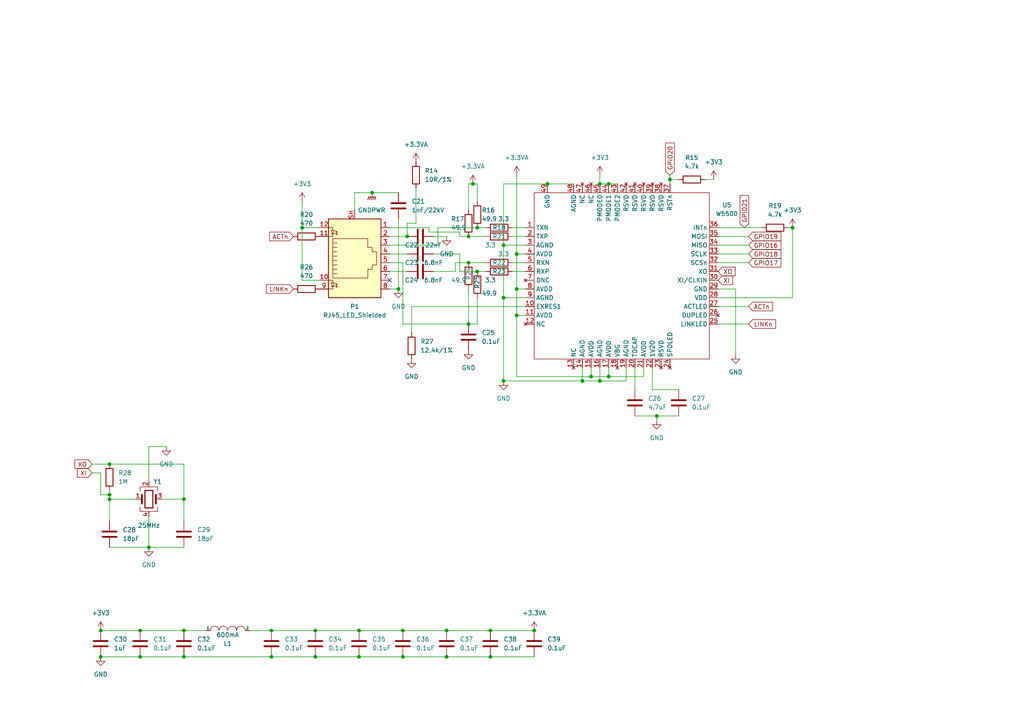
<source format=kicad_sch>
(kicad_sch (version 20211123) (generator eeschema)
  (paper "A4")
  (lib_symbols
    (symbol "01-rickbassham:W5500"
      (property "Reference" "U" (at -39.37 29.21 0))
      (property "Value" "W5500" (at -36.83 31.75 0))
      (symbol "W5500_0_1"
        (rectangle (start -25.4 24.13) (end 25.4 -24.13))
      )
      (symbol "W5500_1_1"
        (pin output line (at -27.94 13.97 0) (length 2.54) (name "TXN") (number "1"))
        (pin output line (at -27.94 -8.89 0) (length 2.54) (name "EXRES1") (number "10"))
        (pin output line (at -27.94 -11.43 0) (length 2.54) (name "AVDD") (number "11"))
        (pin no_connect line (at -27.94 -13.97 0) (length 2.54) (name "NC") (number "12"))
        (pin no_connect line (at -13.97 -26.67 90) (length 2.54) (name "NC") (number "13"))
        (pin output line (at -11.43 -26.67 90) (length 2.54) (name "AGND") (number "14"))
        (pin output line (at -8.89 -26.67 90) (length 2.54) (name "AVDD") (number "15"))
        (pin output line (at -6.35 -26.67 90) (length 2.54) (name "AGND") (number "16"))
        (pin output line (at -3.81 -26.67 90) (length 2.54) (name "AVDD") (number "17"))
        (pin no_connect line (at -1.27 -26.67 90) (length 2.54) (name "VBG") (number "18"))
        (pin output line (at 1.27 -26.67 90) (length 2.54) (name "AGND") (number "19"))
        (pin output line (at -27.94 11.43 0) (length 2.54) (name "TXP") (number "2"))
        (pin output line (at 3.81 -26.67 90) (length 2.54) (name "TOCAP") (number "20"))
        (pin output line (at 6.35 -26.67 90) (length 2.54) (name "AVDD") (number "21"))
        (pin output line (at 8.89 -26.67 90) (length 2.54) (name "1V2O") (number "22"))
        (pin no_connect line (at 11.43 -26.67 90) (length 2.54) (name "RSVD") (number "23"))
        (pin no_connect line (at 13.97 -26.67 90) (length 2.54) (name "SPDLED") (number "24"))
        (pin output line (at 27.94 -13.97 180) (length 2.54) (name "LINKLED") (number "25"))
        (pin no_connect line (at 27.94 -11.43 180) (length 2.54) (name "DUPLED") (number "26"))
        (pin output line (at 27.94 -8.89 180) (length 2.54) (name "ACTLED") (number "27"))
        (pin output line (at 27.94 -6.35 180) (length 2.54) (name "VDD") (number "28"))
        (pin output line (at 27.94 -3.81 180) (length 2.54) (name "GND") (number "29"))
        (pin output line (at -27.94 8.89 0) (length 2.54) (name "AGND") (number "3"))
        (pin output line (at 27.94 -1.27 180) (length 2.54) (name "XI/CLKIN") (number "30"))
        (pin output line (at 27.94 1.27 180) (length 2.54) (name "XO") (number "31"))
        (pin output line (at 27.94 3.81 180) (length 2.54) (name "SCSn") (number "32"))
        (pin output line (at 27.94 6.35 180) (length 2.54) (name "SCLK") (number "33"))
        (pin output line (at 27.94 8.89 180) (length 2.54) (name "MISO") (number "34"))
        (pin output line (at 27.94 11.43 180) (length 2.54) (name "MOSI") (number "35"))
        (pin output line (at 27.94 13.97 180) (length 2.54) (name "INTn") (number "36"))
        (pin output line (at 13.97 26.67 270) (length 2.54) (name "RSTn") (number "37"))
        (pin no_connect line (at 11.43 26.67 270) (length 2.54) (name "RSVD") (number "38"))
        (pin no_connect line (at 8.89 26.67 270) (length 2.54) (name "RSVD") (number "39"))
        (pin output line (at -27.94 6.35 0) (length 2.54) (name "AVDD") (number "4"))
        (pin no_connect line (at 6.35 26.67 270) (length 2.54) (name "RSVD") (number "40"))
        (pin no_connect line (at 3.81 26.67 270) (length 2.54) (name "RSVD") (number "41"))
        (pin no_connect line (at 1.27 26.67 270) (length 2.54) (name "RSVD") (number "42"))
        (pin output line (at -1.27 26.67 270) (length 2.54) (name "PMODE2") (number "43"))
        (pin output line (at -3.81 26.67 270) (length 2.54) (name "PMODE1") (number "44"))
        (pin output line (at -6.35 26.67 270) (length 2.54) (name "PMODE0") (number "45"))
        (pin no_connect line (at -8.89 26.67 270) (length 2.54) (name "NC") (number "46"))
        (pin no_connect line (at -11.43 26.67 270) (length 2.54) (name "NC") (number "47"))
        (pin output line (at -13.97 26.67 270) (length 2.54) (name "AGND") (number "48"))
        (pin output line (at -21.59 26.67 270) (length 2.54) (name "GND") (number "49"))
        (pin output line (at -27.94 3.81 0) (length 2.54) (name "RXN") (number "5"))
        (pin output line (at -27.94 1.27 0) (length 2.54) (name "RXP") (number "6"))
        (pin no_connect line (at -27.94 -1.27 0) (length 2.54) (name "DNC") (number "7"))
        (pin output line (at -27.94 -3.81 0) (length 2.54) (name "AVDD") (number "8"))
        (pin output line (at -27.94 -6.35 0) (length 2.54) (name "AGND") (number "9"))
      )
    )
    (symbol "Connector:RJ45_LED_Shielded" (pin_names (offset 1.016))
      (property "Reference" "J" (at -5.08 13.97 0))
      (property "Value" "RJ45_LED_Shielded" (at 1.27 13.97 0))
      (symbol "RJ45_LED_Shielded_0_1"
        (polyline (pts (xy -7.62 -7.62) (xy -6.35 -7.62)))
        (polyline (pts (xy -7.62 -5.08) (xy -6.35 -5.08)))
        (polyline (pts (xy -7.62 7.62) (xy -6.35 7.62)))
        (polyline (pts (xy -7.62 10.16) (xy -6.35 10.16)))
        (polyline (pts (xy -6.858 -5.842) (xy -5.842 -5.842)))
        (polyline (pts (xy -6.858 9.398) (xy -5.842 9.398)))
        (polyline (pts (xy -6.35 -7.62) (xy -6.35 -6.858)))
        (polyline (pts (xy -6.35 -5.08) (xy -6.35 -5.842)))
        (polyline (pts (xy -6.35 7.62) (xy -6.35 8.382)))
        (polyline (pts (xy -6.35 10.16) (xy -6.35 9.398)))
        (polyline (pts (xy -5.08 -6.223) (xy -5.207 -6.604)))
        (polyline (pts (xy -5.08 -5.588) (xy -5.207 -5.969)))
        (polyline (pts (xy -5.08 4.445) (xy -6.35 4.445)))
        (polyline (pts (xy -5.08 5.715) (xy -6.35 5.715)))
        (polyline (pts (xy -5.08 9.017) (xy -5.207 8.636)))
        (polyline (pts (xy -5.08 9.652) (xy -5.207 9.271)))
        (polyline (pts (xy -6.35 -3.175) (xy -5.08 -3.175) (xy -5.08 -3.175)))
        (polyline (pts (xy -6.35 -1.905) (xy -5.08 -1.905) (xy -5.08 -1.905)))
        (polyline (pts (xy -6.35 -0.635) (xy -5.08 -0.635) (xy -5.08 -0.635)))
        (polyline (pts (xy -6.35 0.635) (xy -5.08 0.635) (xy -5.08 0.635)))
        (polyline (pts (xy -6.35 1.905) (xy -5.08 1.905) (xy -5.08 1.905)))
        (polyline (pts (xy -5.588 -6.731) (xy -5.08 -6.223) (xy -5.461 -6.35)))
        (polyline (pts (xy -5.588 -6.096) (xy -5.08 -5.588) (xy -5.461 -5.715)))
        (polyline (pts (xy -5.588 8.509) (xy -5.08 9.017) (xy -5.461 8.89)))
        (polyline (pts (xy -5.588 9.144) (xy -5.08 9.652) (xy -5.461 9.525)))
        (polyline (pts (xy -5.08 3.175) (xy -6.35 3.175) (xy -6.35 3.175)))
        (polyline (pts (xy -6.35 -5.842) (xy -6.858 -6.858) (xy -5.842 -6.858) (xy -6.35 -5.842)))
        (polyline (pts (xy -6.35 9.398) (xy -6.858 8.382) (xy -5.842 8.382) (xy -6.35 9.398)))
        (polyline (pts (xy -6.35 -4.445) (xy -6.35 6.985) (xy 3.81 6.985) (xy 3.81 4.445) (xy 5.08 4.445) (xy 5.08 3.175) (xy 6.35 3.175) (xy 6.35 -0.635) (xy 5.08 -0.635) (xy 5.08 -1.905) (xy 3.81 -1.905) (xy 3.81 -4.445) (xy -6.35 -4.445) (xy -6.35 -4.445)))
        (rectangle (start 7.62 12.7) (end -7.62 -10.16) (stroke (width 0.254)) (fill (type background)))
      )
      (symbol "RJ45_LED_Shielded_1_1"
        (pin passive line (at 10.16 -7.62 180) (length 2.54) (name "~") (number "1"))
        (pin passive line (at -10.16 7.62 0) (length 2.54) (name "~") (number "10"))
        (pin passive line (at -10.16 -5.08 0) (length 2.54) (name "~") (number "11"))
        (pin passive line (at -10.16 -7.62 0) (length 2.54) (name "~") (number "12"))
        (pin passive line (at 10.16 -5.08 180) (length 2.54) (name "~") (number "2"))
        (pin passive line (at 10.16 -2.54 180) (length 2.54) (name "~") (number "3"))
        (pin passive line (at 10.16 0 180) (length 2.54) (name "~") (number "4"))
        (pin passive line (at 10.16 2.54 180) (length 2.54) (name "~") (number "5"))
        (pin passive line (at 10.16 5.08 180) (length 2.54) (name "~") (number "6"))
        (pin passive line (at 10.16 7.62 180) (length 2.54) (name "~") (number "7"))
        (pin passive line (at 10.16 10.16 180) (length 2.54) (name "~") (number "8"))
        (pin passive line (at -10.16 10.16 0) (length 2.54) (name "~") (number "9"))
        (pin passive line (at 0 -12.7 90) (length 2.54) (name "~") (number "SH"))
      )
    )
    (symbol "Device:C" (pin_numbers hide) (pin_names (offset 0.254))
      (property "Reference" "C" (at 0.635 2.54 0))
      (property "Value" "C" (at 0.635 -2.54 0))
      (symbol "C_0_1"
        (polyline (pts (xy -2.032 -0.762) (xy 2.032 -0.762)) (stroke (width 0.508)))
        (polyline (pts (xy -2.032 0.762) (xy 2.032 0.762)) (stroke (width 0.508)))
      )
      (symbol "C_1_1"
        (pin passive line (at 0 3.81 270) (length 2.794) (name "~") (number "1"))
        (pin passive line (at 0 -3.81 90) (length 2.794) (name "~") (number "2"))
      )
    )
    (symbol "Device:Crystal_GND24" (pin_names (offset 1.016) hide)
      (property "Reference" "Y" (at 3.175 5.08 0))
      (property "Value" "Crystal_GND24" (at 3.175 3.175 0))
      (symbol "Crystal_GND24_0_1"
        (rectangle (start -1.143 2.54) (end 1.143 -2.54) (stroke (width 0.3048)))
        (polyline (pts (xy -2.54 0) (xy -2.032 0)))
        (polyline (pts (xy -2.032 -1.27) (xy -2.032 1.27)) (stroke (width 0.508)))
        (polyline (pts (xy 0 -3.81) (xy 0 -3.556)))
        (polyline (pts (xy 0 3.556) (xy 0 3.81)))
        (polyline (pts (xy 2.032 -1.27) (xy 2.032 1.27)) (stroke (width 0.508)))
        (polyline (pts (xy 2.032 0) (xy 2.54 0)))
        (polyline (pts (xy -2.54 -2.286) (xy -2.54 -3.556) (xy 2.54 -3.556) (xy 2.54 -2.286)))
        (polyline (pts (xy -2.54 2.286) (xy -2.54 3.556) (xy 2.54 3.556) (xy 2.54 2.286)))
      )
      (symbol "Crystal_GND24_1_1"
        (pin passive line (at -3.81 0 0) (length 1.27) (name "1") (number "1"))
        (pin passive line (at 0 5.08 270) (length 1.27) (name "2") (number "2"))
        (pin passive line (at 3.81 0 180) (length 1.27) (name "3") (number "3"))
        (pin passive line (at 0 -5.08 90) (length 1.27) (name "4") (number "4"))
      )
    )
    (symbol "Device:R" (pin_numbers hide) (pin_names (offset 0))
      (property "Reference" "R" (at 2.032 0 90))
      (property "Value" "R" (at 0 0 90))
      (symbol "R_0_1"
        (rectangle (start -1.016 -2.54) (end 1.016 2.54) (stroke (width 0.254)))
      )
      (symbol "R_1_1"
        (pin passive line (at 0 3.81 270) (length 1.27) (name "~") (number "1"))
        (pin passive line (at 0 -3.81 90) (length 1.27) (name "~") (number "2"))
      )
    )
    (symbol "power:+3.3V" (power) (pin_names (offset 0))
      (property "Value" "+3.3V" (at 0 3.556 0))
      (symbol "+3.3V_0_1"
        (polyline (pts (xy -0.762 1.27) (xy 0 2.54)))
        (polyline (pts (xy 0 0) (xy 0 2.54)))
        (polyline (pts (xy 0 2.54) (xy 0.762 1.27)))
      )
      (symbol "+3.3V_1_1"
        (pin power_in line (at 0 0 90) (length 0) hide (name "+3V3") (number "1"))
      )
    )
    (symbol "power:+3.3VA" (power) (pin_names (offset 0))
      (property "Value" "+3.3VA" (at 0 3.556 0))
      (symbol "+3.3VA_0_1"
        (polyline (pts (xy -0.762 1.27) (xy 0 2.54)))
        (polyline (pts (xy 0 0) (xy 0 2.54)))
        (polyline (pts (xy 0 2.54) (xy 0.762 1.27)))
      )
      (symbol "+3.3VA_1_1"
        (pin power_in line (at 0 0 90) (length 0) hide (name "+3.3VA") (number "1"))
      )
    )
    (symbol "power:GND" (power) (pin_names (offset 0))
      (property "Value" "GND" (at 0 -3.81 0))
      (symbol "GND_0_1"
        (polyline (pts (xy 0 0) (xy 0 -1.27) (xy 1.27 -1.27) (xy 0 -2.54) (xy -1.27 -1.27) (xy 0 -1.27)))
      )
      (symbol "GND_1_1"
        (pin power_in line (at 0 0 270) (length 0) hide (name "GND") (number "1"))
      )
    )
    (symbol "power:GNDPWR" (power) (pin_names (offset 0))
      (property "Value" "GNDPWR" (at 0 -3.302 0))
      (symbol "GNDPWR_0_1"
        (polyline (pts (xy 0 -1.27) (xy 0 0)))
        (polyline (pts (xy -1.016 -1.27) (xy -1.27 -2.032) (xy -1.27 -2.032)) (stroke (width 0.2032)))
        (polyline (pts (xy -0.508 -1.27) (xy -0.762 -2.032) (xy -0.762 -2.032)) (stroke (width 0.2032)))
        (polyline (pts (xy 0 -1.27) (xy -0.254 -2.032) (xy -0.254 -2.032)) (stroke (width 0.2032)))
        (polyline (pts (xy 0.508 -1.27) (xy 0.254 -2.032) (xy 0.254 -2.032)) (stroke (width 0.2032)))
        (polyline (pts (xy 1.016 -1.27) (xy -1.016 -1.27) (xy -1.016 -1.27)) (stroke (width 0.2032)))
        (polyline (pts (xy 1.016 -1.27) (xy 0.762 -2.032) (xy 0.762 -2.032) (xy 0.762 -2.032)) (stroke (width 0.2032)))
      )
      (symbol "GNDPWR_1_1"
        (pin power_in line (at 0 0 270) (length 0) hide (name "GNDPWR") (number "1"))
      )
    )
    (symbol "pspice:INDUCTOR" (pin_numbers hide) (pin_names (offset 0))
      (property "Reference" "L" (at 0 2.54 0))
      (property "Value" "INDUCTOR" (at 0 -1.27 0))
      (symbol "INDUCTOR_0_1"
        (arc (start -2.54 0) (mid -3.81 1.27) (end -5.08 0))
        (arc (start 0 0) (mid -1.27 1.27) (end -2.54 0))
        (arc (start 2.54 0) (mid 1.27 1.27) (end 0 0))
        (arc (start 5.08 0) (mid 3.81 1.27) (end 2.54 0))
      )
      (symbol "INDUCTOR_1_1"
        (pin input line (at -6.35 0 0) (length 1.27) (name "1") (number "1"))
        (pin input line (at 6.35 0 180) (length 1.27) (name "2") (number "2"))
      )
    )
  )
  (junction (at 40.64 190.5))
  (junction (at 129.54 190.5))
  (junction (at 138.43 78.74))
  (junction (at 173.99 110.49))
  (junction (at 142.24 190.5))
  (junction (at 115.57 83.82))
  (junction (at 118.11 68.58))
  (junction (at 229.87 66.04))
  (junction (at 53.34 190.5))
  (junction (at 190.5 120.65))
  (junction (at 149.86 91.44))
  (junction (at 53.34 182.88))
  (junction (at 91.44 190.5))
  (junction (at 176.53 53.34))
  (junction (at 138.43 66.04))
  (junction (at 142.24 182.88))
  (junction (at 149.86 83.82))
  (junction (at 31.75 144.78))
  (junction (at 146.05 110.49))
  (junction (at 154.94 182.88))
  (junction (at 158.75 53.34))
  (junction (at 87.63 66.04))
  (junction (at 135.89 68.58))
  (junction (at 104.14 182.88))
  (junction (at 53.34 144.78))
  (junction (at 107.95 55.88))
  (junction (at 31.75 143.51))
  (junction (at 135.89 93.98))
  (junction (at 171.45 109.22))
  (junction (at 91.44 182.88))
  (junction (at 135.89 76.2))
  (junction (at 104.14 190.5))
  (junction (at 194.31 52.07))
  (junction (at 40.64 182.88))
  (junction (at 149.86 73.66))
  (junction (at 78.74 190.5))
  (junction (at 29.21 190.5))
  (junction (at 176.53 109.22))
  (junction (at 168.91 110.49))
  (junction (at 129.54 182.88))
  (junction (at 146.05 71.12))
  (junction (at 78.74 182.88))
  (junction (at 43.18 158.75))
  (junction (at 116.84 182.88))
  (junction (at 137.16 53.34))
  (junction (at 146.05 86.36))
  (junction (at 29.21 182.88))
  (junction (at 116.84 190.5))
  (junction (at 173.99 53.34))
  (junction (at 31.75 134.62))
  (no_connect (at 113.03 81.28))
  (wire (pts (xy 31.75 144.78) (xy 31.75 151.13)))
  (wire (pts (xy 146.05 110.49) (xy 168.91 110.49)))
  (wire (pts (xy 186.69 109.22) (xy 176.53 109.22)))
  (wire (pts (xy 229.87 86.36) (xy 229.87 66.04)))
  (wire (pts (xy 208.28 71.12) (xy 217.17 71.12)))
  (wire (pts (xy 138.43 53.34) (xy 137.16 53.34)))
  (wire (pts (xy 148.59 78.74) (xy 152.4 78.74)))
  (wire (pts (xy 87.63 66.04) (xy 92.71 66.04)))
  (wire (pts (xy 176.53 106.68) (xy 176.53 109.22)))
  (wire (pts (xy 119.38 96.52) (xy 119.38 88.9)))
  (wire (pts (xy 135.89 60.96) (xy 135.89 53.34)))
  (wire (pts (xy 173.99 53.34) (xy 176.53 53.34)))
  (wire (pts (xy 148.59 76.2) (xy 152.4 76.2)))
  (wire (pts (xy 29.21 182.88) (xy 40.64 182.88)))
  (wire (pts (xy 107.95 55.88) (xy 115.57 55.88)))
  (wire (pts (xy 113.03 71.12) (xy 127 71.12)))
  (wire (pts (xy 116.84 76.2) (xy 116.84 93.98)))
  (wire (pts (xy 31.75 158.75) (xy 43.18 158.75)))
  (wire (pts (xy 125.73 78.74) (xy 132.08 78.74)))
  (wire (pts (xy 196.85 52.07) (xy 194.31 52.07)))
  (wire (pts (xy 138.43 86.36) (xy 138.43 93.98)))
  (wire (pts (xy 213.36 83.82) (xy 213.36 102.87)))
  (wire (pts (xy 190.5 120.65) (xy 196.85 120.65)))
  (wire (pts (xy 118.11 64.77) (xy 118.11 68.58)))
  (wire (pts (xy 207.01 52.07) (xy 204.47 52.07)))
  (wire (pts (xy 29.21 143.51) (xy 31.75 143.51)))
  (wire (pts (xy 135.89 76.2) (xy 140.97 76.2)))
  (wire (pts (xy 124.46 67.31) (xy 133.35 67.31)))
  (wire (pts (xy 146.05 71.12) (xy 146.05 86.36)))
  (wire (pts (xy 208.28 93.98) (xy 217.17 93.98)))
  (wire (pts (xy 176.53 53.34) (xy 179.07 53.34)))
  (wire (pts (xy 29.21 190.5) (xy 40.64 190.5)))
  (wire (pts (xy 116.84 182.88) (xy 129.54 182.88)))
  (wire (pts (xy 53.34 134.62) (xy 31.75 134.62)))
  (wire (pts (xy 40.64 182.88) (xy 53.34 182.88)))
  (wire (pts (xy 127 71.12) (xy 127 66.04)))
  (wire (pts (xy 91.44 190.5) (xy 104.14 190.5)))
  (wire (pts (xy 46.99 144.78) (xy 53.34 144.78)))
  (wire (pts (xy 132.08 76.2) (xy 135.89 76.2)))
  (wire (pts (xy 116.84 190.5) (xy 129.54 190.5)))
  (wire (pts (xy 40.64 190.5) (xy 53.34 190.5)))
  (wire (pts (xy 181.61 106.68) (xy 181.61 110.49)))
  (wire (pts (xy 53.34 182.88) (xy 59.69 182.88)))
  (wire (pts (xy 91.44 182.88) (xy 104.14 182.88)))
  (wire (pts (xy 129.54 190.5) (xy 142.24 190.5)))
  (wire (pts (xy 186.69 106.68) (xy 186.69 109.22)))
  (wire (pts (xy 171.45 106.68) (xy 171.45 109.22)))
  (wire (pts (xy 184.15 120.65) (xy 190.5 120.65)))
  (wire (pts (xy 158.75 53.34) (xy 166.37 53.34)))
  (wire (pts (xy 113.03 76.2) (xy 116.84 76.2)))
  (wire (pts (xy 129.54 182.88) (xy 142.24 182.88)))
  (wire (pts (xy 158.75 53.34) (xy 146.05 53.34)))
  (wire (pts (xy 92.71 81.28) (xy 87.63 81.28)))
  (wire (pts (xy 146.05 86.36) (xy 146.05 110.49)))
  (wire (pts (xy 189.23 113.03) (xy 196.85 113.03)))
  (wire (pts (xy 135.89 53.34) (xy 137.16 53.34)))
  (wire (pts (xy 135.89 83.82) (xy 135.89 93.98)))
  (wire (pts (xy 194.31 50.8) (xy 194.31 52.07)))
  (wire (pts (xy 119.38 88.9) (xy 152.4 88.9)))
  (wire (pts (xy 208.28 83.82) (xy 213.36 83.82)))
  (wire (pts (xy 142.24 182.88) (xy 154.94 182.88)))
  (wire (pts (xy 125.73 68.58) (xy 129.54 68.58)))
  (wire (pts (xy 78.74 182.88) (xy 91.44 182.88)))
  (wire (pts (xy 26.67 137.16) (xy 29.21 137.16)))
  (wire (pts (xy 208.28 66.04) (xy 220.98 66.04)))
  (wire (pts (xy 181.61 110.49) (xy 173.99 110.49)))
  (wire (pts (xy 104.14 182.88) (xy 116.84 182.88)))
  (wire (pts (xy 113.03 68.58) (xy 118.11 68.58)))
  (wire (pts (xy 115.57 83.82) (xy 113.03 83.82)))
  (wire (pts (xy 208.28 86.36) (xy 229.87 86.36)))
  (wire (pts (xy 133.35 73.66) (xy 133.35 78.74)))
  (wire (pts (xy 107.95 55.88) (xy 102.87 55.88)))
  (wire (pts (xy 113.03 78.74) (xy 118.11 78.74)))
  (wire (pts (xy 87.63 58.42) (xy 87.63 66.04)))
  (wire (pts (xy 138.43 93.98) (xy 135.89 93.98)))
  (wire (pts (xy 39.37 144.78) (xy 31.75 144.78)))
  (wire (pts (xy 190.5 121.92) (xy 190.5 120.65)))
  (wire (pts (xy 120.65 54.61) (xy 120.65 64.77)))
  (wire (pts (xy 142.24 190.5) (xy 154.94 190.5)))
  (wire (pts (xy 120.65 64.77) (xy 118.11 64.77)))
  (wire (pts (xy 53.34 190.5) (xy 78.74 190.5)))
  (wire (pts (xy 149.86 91.44) (xy 152.4 91.44)))
  (wire (pts (xy 171.45 109.22) (xy 176.53 109.22)))
  (wire (pts (xy 149.86 50.8) (xy 149.86 73.66)))
  (wire (pts (xy 148.59 68.58) (xy 152.4 68.58)))
  (wire (pts (xy 72.39 182.88) (xy 78.74 182.88)))
  (wire (pts (xy 149.86 109.22) (xy 171.45 109.22)))
  (wire (pts (xy 26.67 134.62) (xy 31.75 134.62)))
  (wire (pts (xy 113.03 73.66) (xy 118.11 73.66)))
  (wire (pts (xy 43.18 158.75) (xy 53.34 158.75)))
  (wire (pts (xy 53.34 144.78) (xy 53.34 151.13)))
  (wire (pts (xy 194.31 52.07) (xy 194.31 53.34)))
  (wire (pts (xy 149.86 91.44) (xy 149.86 83.82)))
  (wire (pts (xy 132.08 78.74) (xy 132.08 76.2)))
  (wire (pts (xy 138.43 66.04) (xy 140.97 66.04)))
  (wire (pts (xy 148.59 66.04) (xy 152.4 66.04)))
  (wire (pts (xy 189.23 106.68) (xy 189.23 113.03)))
  (wire (pts (xy 53.34 134.62) (xy 53.34 144.78)))
  (wire (pts (xy 135.89 68.58) (xy 140.97 68.58)))
  (wire (pts (xy 87.63 66.04) (xy 87.63 81.28)))
  (wire (pts (xy 138.43 58.42) (xy 138.43 53.34)))
  (wire (pts (xy 168.91 106.68) (xy 168.91 110.49)))
  (wire (pts (xy 149.86 109.22) (xy 149.86 91.44)))
  (wire (pts (xy 208.28 73.66) (xy 217.17 73.66)))
  (wire (pts (xy 184.15 106.68) (xy 184.15 113.03)))
  (wire (pts (xy 217.17 68.58) (xy 208.28 68.58)))
  (wire (pts (xy 133.35 68.58) (xy 135.89 68.58)))
  (wire (pts (xy 173.99 50.8) (xy 173.99 53.34)))
  (wire (pts (xy 115.57 63.5) (xy 115.57 83.82)))
  (wire (pts (xy 217.17 88.9) (xy 208.28 88.9)))
  (wire (pts (xy 116.84 93.98) (xy 135.89 93.98)))
  (wire (pts (xy 168.91 110.49) (xy 173.99 110.49)))
  (wire (pts (xy 149.86 83.82) (xy 149.86 73.66)))
  (wire (pts (xy 228.6 66.04) (xy 229.87 66.04)))
  (wire (pts (xy 133.35 78.74) (xy 138.43 78.74)))
  (wire (pts (xy 78.74 190.5) (xy 91.44 190.5)))
  (wire (pts (xy 29.21 137.16) (xy 29.21 143.51)))
  (wire (pts (xy 124.46 66.04) (xy 124.46 67.31)))
  (wire (pts (xy 149.86 73.66) (xy 152.4 73.66)))
  (wire (pts (xy 173.99 106.68) (xy 173.99 110.49)))
  (wire (pts (xy 43.18 129.54) (xy 48.26 129.54)))
  (wire (pts (xy 208.28 76.2) (xy 217.17 76.2)))
  (wire (pts (xy 152.4 83.82) (xy 149.86 83.82)))
  (wire (pts (xy 102.87 55.88) (xy 102.87 60.96)))
  (wire (pts (xy 138.43 78.74) (xy 140.97 78.74)))
  (wire (pts (xy 31.75 142.24) (xy 31.75 143.51)))
  (wire (pts (xy 146.05 86.36) (xy 152.4 86.36)))
  (wire (pts (xy 43.18 149.86) (xy 43.18 158.75)))
  (wire (pts (xy 43.18 139.7) (xy 43.18 129.54)))
  (wire (pts (xy 113.03 66.04) (xy 124.46 66.04)))
  (wire (pts (xy 125.73 73.66) (xy 133.35 73.66)))
  (wire (pts (xy 104.14 190.5) (xy 116.84 190.5)))
  (wire (pts (xy 127 66.04) (xy 138.43 66.04)))
  (wire (pts (xy 146.05 71.12) (xy 152.4 71.12)))
  (wire (pts (xy 31.75 143.51) (xy 31.75 144.78)))
  (wire (pts (xy 133.35 67.31) (xy 133.35 68.58)))
  (wire (pts (xy 146.05 53.34) (xy 146.05 71.12)))
  (global_label "XI" (shape input) (at 208.28 81.28 0) (property "Intersheet References" "${INTERSHEET_REFS}" (effects hide)))
  (global_label "GPIO17" (shape input) (at 217.17 76.2 0) (property "Intersheet References" "${INTERSHEET_REFS}" (effects hide)))
  (global_label "LINKn" (shape input) (at 217.17 93.98 0) (property "Intersheet References" "${INTERSHEET_REFS}" (effects hide)))
  (global_label "LINKn" (shape input) (at 85.09 83.82 180) (property "Intersheet References" "${INTERSHEET_REFS}" (effects hide)))
  (global_label "ACTn" (shape input) (at 85.09 68.58 180) (property "Intersheet References" "${INTERSHEET_REFS}" (effects hide)))
  (global_label "XO" (shape input) (at 208.28 78.74 0) (property "Intersheet References" "${INTERSHEET_REFS}" (effects hide)))
  (global_label "XI" (shape input) (at 26.67 137.16 180) (property "Intersheet References" "${INTERSHEET_REFS}" (effects hide)))
  (global_label "GPIO16" (shape input) (at 217.17 71.12 0) (property "Intersheet References" "${INTERSHEET_REFS}" (effects hide)))
  (global_label "ACTn" (shape input) (at 217.17 88.9 0) (property "Intersheet References" "${INTERSHEET_REFS}" (effects hide)))
  (global_label "GPIO21" (shape input) (at 215.9 66.04 90) (property "Intersheet References" "${INTERSHEET_REFS}" (effects hide)))
  (global_label "GPIO19" (shape input) (at 217.17 68.58 0) (property "Intersheet References" "${INTERSHEET_REFS}" (effects hide)))
  (global_label "GPIO18" (shape input) (at 217.17 73.66 0) (property "Intersheet References" "${INTERSHEET_REFS}" (effects hide)))
  (global_label "GPIO20" (shape input) (at 194.31 50.8 90) (property "Intersheet References" "${INTERSHEET_REFS}" (effects hide)))
  (global_label "XO" (shape input) (at 26.67 134.62 180) (property "Intersheet References" "${INTERSHEET_REFS}" (effects hide)))
  (symbol (lib_id "power:+3.3V") (at 87.63 58.42 0) (unit 1)
    (property "Reference" "#PWR047" (effects hide))
    (property "Value" "+3.3V" (at 87.63 53.34 0))
  )
  (symbol (lib_id "pspice:INDUCTOR") (at 66.04 182.88 0) (unit 1)
    (property "Reference" "L1" (at 66.04 186.69 0))
    (property "Value" "600mA" (at 66.04 184.15 0))
    (property "Footprint" "Inductor_SMD:L_0603_1608Metric" (effects hide))
    (property "LCSC" "C280478" (effects hide))
    (property "JLCPCB Class" "E" (effects hide))
  )
  (symbol (lib_id "Connector:RJ45_LED_Shielded") (at 102.87 73.66 0) (mirror x) (unit 1)
    (property "Reference" "P1" (at 102.87 88.9 0))
    (property "Value" "RJ45_LED_Shielded" (at 102.87 91.44 0))
    (property "Footprint" "01-rickbassham:J1B1211CCD" (effects hide))
    (property "Manufacturer PN" "J1B1211CCD" (effects hide))
    (property "LCSC" "C910371" (effects hide))
    (property "JLCPCB Class" "E" (effects hide))
  )
  (symbol (lib_id "Device:C") (at 121.92 68.58 90) (unit 1)
    (property "Reference" "C22" (at 119.38 71.12 90))
    (property "Value" "22nF" (at 125.73 71.12 90))
    (property "Footprint" "Capacitor_SMD:C_0402_1005Metric" (effects hide))
    (property "LCSC" "C1532" (effects hide))
    (property "JLCPCB Class" "B" (effects hide))
  )
  (symbol (lib_id "Device:R") (at 138.43 82.55 180) (unit 1)
    (property "Reference" "R25" (at 138.43 83.82 90) (effects (justify right)))
    (property "Value" "49.9" (at 139.7 85.09 0) (effects (justify right)))
    (property "Footprint" "Resistor_SMD:R_0402_1005Metric" (effects hide))
    (property "LCSC" "C25120" (effects hide))
    (property "JLCPCB Class" "B" (effects hide))
  )
  (symbol (lib_id "Device:Crystal_GND24") (at 43.18 144.78 0) (unit 1)
    (property "Reference" "Y1" (at 45.72 139.7 0))
    (property "Value" "25MHz" (at 43.18 152.4 0))
    (property "Footprint" "Crystal:Crystal_SMD_3225-4Pin_3.2x2.5mm" (effects hide))
    (property "LCSC" "C9006" (effects hide))
    (property "JLCPCB Class" "B" (effects hide))
  )
  (symbol (lib_id "Device:R") (at 144.78 78.74 90) (unit 1)
    (property "Reference" "R23" (at 144.78 78.74 90))
    (property "Value" "3.3" (at 142.24 81.28 90))
    (property "Footprint" "Resistor_SMD:R_0402_1005Metric" (effects hide))
    (property "LCSC" "C270612" (effects hide))
    (property "JLCPCB Class" "E" (effects hide))
  )
  (symbol (lib_id "Device:C") (at 135.89 97.79 0) (unit 1)
    (property "Reference" "C25" (at 139.7 96.5199 0) (effects (justify left)))
    (property "Value" "0.1uF" (at 139.7 99.0599 0) (effects (justify left)))
    (property "Footprint" "Capacitor_SMD:C_0402_1005Metric" (effects hide))
    (property "LCSC" "C1525" (effects hide))
    (property "JLCPCB Class" "B" (effects hide))
  )
  (symbol (lib_id "power:+3.3VA") (at 154.94 182.88 0) (unit 1)
    (property "Reference" "#PWR059" (effects hide))
    (property "Value" "+3.3VA" (at 154.94 177.8 0))
  )
  (symbol (lib_id "Device:R") (at 144.78 76.2 90) (unit 1)
    (property "Reference" "R22" (at 144.78 76.2 90))
    (property "Value" "3.3" (at 146.05 73.66 90))
    (property "Footprint" "Resistor_SMD:R_0402_1005Metric" (effects hide))
    (property "LCSC" "C270612" (effects hide))
    (property "JLCPCB Class" "E" (effects hide))
  )
  (symbol (lib_id "power:+3.3VA") (at 120.65 46.99 0) (unit 1)
    (property "Reference" "#PWR041" (effects hide))
    (property "Value" "+3.3VA" (at 120.65 41.91 0))
  )
  (symbol (lib_id "Device:C") (at 115.57 59.69 0) (unit 1)
    (property "Reference" "C21" (at 119.38 58.4199 0) (effects (justify left)))
    (property "Value" "1nF/22kV" (at 119.38 60.9599 0) (effects (justify left)))
    (property "Footprint" "Capacitor_SMD:C_1812_4532Metric" (effects hide))
    (property "LCSC" "C304032" (effects hide))
    (property "JLCPCB Class" "E" (effects hide))
  )
  (symbol (lib_id "power:+3.3VA") (at 149.86 50.8 0) (unit 1)
    (property "Reference" "#PWR042" (effects hide))
    (property "Value" "+3.3VA" (at 149.86 45.72 0))
  )
  (symbol (lib_id "power:+3.3VA") (at 137.16 53.34 0) (unit 1)
    (property "Reference" "#PWR045" (effects hide))
    (property "Value" "+3.3VA" (at 137.16 48.26 0))
  )
  (symbol (lib_id "power:GND") (at 115.57 83.82 0) (unit 1)
    (property "Reference" "#PWR050" (effects hide))
    (property "Value" "GND" (at 115.57 88.9 0))
  )
  (symbol (lib_id "Device:C") (at 53.34 186.69 0) (unit 1)
    (property "Reference" "C32" (at 57.15 185.4199 0) (effects (justify left)))
    (property "Value" "0.1uF" (at 57.15 187.9599 0) (effects (justify left)))
    (property "Footprint" "Capacitor_SMD:C_0402_1005Metric" (effects hide))
    (property "LCSC" "C1525" (effects hide))
    (property "JLCPCB Class" "B" (effects hide))
  )
  (symbol (lib_id "Device:C") (at 29.21 186.69 0) (unit 1)
    (property "Reference" "C30" (at 33.02 185.4199 0) (effects (justify left)))
    (property "Value" "1uF" (at 33.02 187.9599 0) (effects (justify left)))
    (property "Footprint" "Capacitor_SMD:C_0402_1005Metric" (effects hide))
    (property "LCSC" "C52923" (effects hide))
    (property "JLCPCB Class" "B" (effects hide))
  )
  (symbol (lib_id "Device:R") (at 144.78 68.58 90) (unit 1)
    (property "Reference" "R21" (at 144.78 68.58 90))
    (property "Value" "3.3" (at 142.24 71.12 90))
    (property "Footprint" "Resistor_SMD:R_0402_1005Metric" (effects hide))
    (property "LCSC" "C270612" (effects hide))
    (property "JLCPCB Class" "E" (effects hide))
  )
  (symbol (lib_id "Device:R") (at 119.38 100.33 180) (unit 1)
    (property "Reference" "R27" (at 121.92 99.0599 0) (effects (justify right)))
    (property "Value" "12.4k/1%" (at 121.92 101.5999 0) (effects (justify right)))
    (property "Footprint" "Resistor_SMD:R_0402_1005Metric" (effects hide))
    (property "LCSC" "C11692" (effects hide))
    (property "JLCPCB Class" "E" (effects hide))
  )
  (symbol (lib_id "Device:R") (at 144.78 66.04 90) (unit 1)
    (property "Reference" "R18" (at 144.78 66.04 90))
    (property "Value" "3.3" (at 146.05 63.5 90))
    (property "Footprint" "Resistor_SMD:R_0402_1005Metric" (effects hide))
    (property "LCSC" "C270612" (effects hide))
    (property "JLCPCB Class" "E" (effects hide))
  )
  (symbol (lib_id "Device:C") (at 154.94 186.69 0) (unit 1)
    (property "Reference" "C39" (at 158.75 185.4199 0) (effects (justify left)))
    (property "Value" "0.1uF" (at 158.75 187.9599 0) (effects (justify left)))
    (property "Footprint" "Capacitor_SMD:C_0402_1005Metric" (effects hide))
    (property "LCSC" "C1525" (effects hide))
    (property "JLCPCB Class" "B" (effects hide))
  )
  (symbol (lib_id "Device:C") (at 91.44 186.69 0) (unit 1)
    (property "Reference" "C34" (at 95.25 185.4199 0) (effects (justify left)))
    (property "Value" "0.1uF" (at 95.25 187.9599 0) (effects (justify left)))
    (property "Footprint" "Capacitor_SMD:C_0402_1005Metric" (effects hide))
    (property "LCSC" "C1525" (effects hide))
    (property "JLCPCB Class" "B" (effects hide))
  )
  (symbol (lib_id "Device:R") (at 88.9 83.82 90) (unit 1)
    (property "Reference" "R26" (at 88.9 77.47 90))
    (property "Value" "470" (at 88.9 80.01 90))
    (property "Footprint" "Resistor_SMD:R_0402_1005Metric" (effects hide))
    (property "LCSC" "C25117" (effects hide))
    (property "JLCPCB Class" "B" (effects hide))
  )
  (symbol (lib_id "power:GND") (at 119.38 104.14 0) (unit 1)
    (property "Reference" "#PWR053" (effects hide))
    (property "Value" "GND" (at 119.38 109.22 0))
  )
  (symbol (lib_id "Device:R") (at 135.89 80.01 180) (unit 1)
    (property "Reference" "R24" (at 135.89 81.28 90) (effects (justify right)))
    (property "Value" "49.9" (at 130.81 81.28 0) (effects (justify right)))
    (property "Footprint" "Resistor_SMD:R_0402_1005Metric" (effects hide))
    (property "LCSC" "C25120" (effects hide))
    (property "JLCPCB Class" "B" (effects hide))
  )
  (symbol (lib_id "Device:C") (at 116.84 186.69 0) (unit 1)
    (property "Reference" "C36" (at 120.65 185.4199 0) (effects (justify left)))
    (property "Value" "0.1uF" (at 120.65 187.9599 0) (effects (justify left)))
    (property "Footprint" "Capacitor_SMD:C_0402_1005Metric" (effects hide))
    (property "LCSC" "C1525" (effects hide))
    (property "JLCPCB Class" "B" (effects hide))
  )
  (symbol (lib_id "power:GNDPWR") (at 107.95 55.88 0) (unit 1)
    (property "Reference" "#PWR046" (effects hide))
    (property "Value" "GNDPWR" (at 107.823 60.96 0))
  )
  (symbol (lib_id "Device:C") (at 104.14 186.69 0) (unit 1)
    (property "Reference" "C35" (at 107.95 185.4199 0) (effects (justify left)))
    (property "Value" "0.1uF" (at 107.95 187.9599 0) (effects (justify left)))
    (property "Footprint" "Capacitor_SMD:C_0402_1005Metric" (effects hide))
    (property "LCSC" "C1525" (effects hide))
    (property "JLCPCB Class" "B" (effects hide))
  )
  (symbol (lib_id "Device:C") (at 196.85 116.84 0) (unit 1)
    (property "Reference" "C27" (at 200.66 115.5699 0) (effects (justify left)))
    (property "Value" "0.1uF" (at 200.66 118.1099 0) (effects (justify left)))
    (property "Footprint" "Capacitor_SMD:C_0402_1005Metric" (effects hide))
    (property "LCSC" "C1525" (effects hide))
    (property "JLCPCB Class" "B" (effects hide))
  )
  (symbol (lib_id "Device:R") (at 120.65 50.8 180) (unit 1)
    (property "Reference" "R14" (at 123.19 49.5299 0) (effects (justify right)))
    (property "Value" "10R/1%" (at 123.19 52.0699 0) (effects (justify right)))
    (property "Footprint" "Resistor_SMD:R_0402_1005Metric" (effects hide))
    (property "LCSC" "C25077" (effects hide))
    (property "JLCPCB Class" "B" (effects hide))
  )
  (symbol (lib_id "Device:C") (at 78.74 186.69 0) (unit 1)
    (property "Reference" "C33" (at 82.55 185.4199 0) (effects (justify left)))
    (property "Value" "0.1uF" (at 82.55 187.9599 0) (effects (justify left)))
    (property "Footprint" "Capacitor_SMD:C_0402_1005Metric" (effects hide))
    (property "LCSC" "C1525" (effects hide))
    (property "JLCPCB Class" "B" (effects hide))
  )
  (symbol (lib_id "Device:C") (at 40.64 186.69 0) (unit 1)
    (property "Reference" "C31" (at 44.45 185.4199 0) (effects (justify left)))
    (property "Value" "0.1uF" (at 44.45 187.9599 0) (effects (justify left)))
    (property "Footprint" "Capacitor_SMD:C_0402_1005Metric" (effects hide))
    (property "LCSC" "C1525" (effects hide))
    (property "JLCPCB Class" "B" (effects hide))
  )
  (symbol (lib_id "power:GND") (at 29.21 190.5 0) (unit 1)
    (property "Reference" "#PWR0101" (effects hide))
    (property "Value" "GND" (at 29.21 195.58 0))
  )
  (symbol (lib_id "power:+3.3V") (at 229.87 66.04 0) (unit 1)
    (property "Reference" "#PWR048" (effects hide))
    (property "Value" "+3.3V" (at 229.87 60.96 0))
  )
  (symbol (lib_id "Device:C") (at 129.54 186.69 0) (unit 1)
    (property "Reference" "C37" (at 133.35 185.4199 0) (effects (justify left)))
    (property "Value" "0.1uF" (at 133.35 187.9599 0) (effects (justify left)))
    (property "Footprint" "Capacitor_SMD:C_0402_1005Metric" (effects hide))
    (property "LCSC" "C1525" (effects hide))
    (property "JLCPCB Class" "B" (effects hide))
  )
  (symbol (lib_id "Device:C") (at 121.92 73.66 90) (unit 1)
    (property "Reference" "C23" (at 119.38 76.2 90))
    (property "Value" "6.8nF" (at 125.73 76.2 90))
    (property "Footprint" "Capacitor_SMD:C_0402_1005Metric" (effects hide))
    (property "LCSC" "C1542" (effects hide))
    (property "JLCPCB Class" "B" (effects hide))
  )
  (symbol (lib_id "Device:R") (at 138.43 62.23 180) (unit 1)
    (property "Reference" "R16" (at 139.7 60.96 0) (effects (justify right)))
    (property "Value" "49.9" (at 139.7 63.5 0) (effects (justify right)))
    (property "Footprint" "Resistor_SMD:R_0402_1005Metric" (effects hide))
    (property "LCSC" "C25120" (effects hide))
    (property "JLCPCB Class" "B" (effects hide))
  )
  (symbol (lib_id "power:GND") (at 43.18 158.75 0) (unit 1)
    (property "Reference" "#PWR057" (effects hide))
    (property "Value" "GND" (at 43.18 163.83 0))
  )
  (symbol (lib_id "power:+3.3V") (at 173.99 50.8 0) (unit 1)
    (property "Reference" "#PWR043" (effects hide))
    (property "Value" "+3.3V" (at 173.99 45.72 0))
  )
  (symbol (lib_id "Device:C") (at 184.15 116.84 0) (unit 1)
    (property "Reference" "C26" (at 187.96 115.5699 0) (effects (justify left)))
    (property "Value" "4.7uF" (at 187.96 118.1099 0) (effects (justify left)))
    (property "Footprint" "Capacitor_SMD:C_0402_1005Metric" (effects hide))
    (property "LCSC" "C23733" (effects hide))
    (property "JLCPCB Class" "B" (effects hide))
  )
  (symbol (lib_id "Device:R") (at 200.66 52.07 270) (unit 1)
    (property "Reference" "R15" (at 200.66 45.72 90))
    (property "Value" "4.7k" (at 200.66 48.26 90))
    (property "Footprint" "Resistor_SMD:R_0402_1005Metric" (effects hide))
    (property "LCSC" "C25900" (effects hide))
    (property "JLCPCB Class" "B" (effects hide))
  )
  (symbol (lib_id "Device:C") (at 121.92 78.74 90) (unit 1)
    (property "Reference" "C24" (at 119.38 81.28 90))
    (property "Value" "6.8nF" (at 125.73 81.28 90))
    (property "Footprint" "Capacitor_SMD:C_0402_1005Metric" (effects hide))
    (property "LCSC" "C1542" (effects hide))
    (property "JLCPCB Class" "B" (effects hide))
  )
  (symbol (lib_id "Device:C") (at 53.34 154.94 0) (unit 1)
    (property "Reference" "C29" (at 57.15 153.6699 0) (effects (justify left)))
    (property "Value" "18pF" (at 57.15 156.2099 0) (effects (justify left)))
    (property "Footprint" "Capacitor_SMD:C_0402_1005Metric" (effects hide))
    (property "LCSC" "C1549" (effects hide))
    (property "JLCPCB Class" "B" (effects hide))
  )
  (symbol (lib_id "power:+3.3V") (at 207.01 52.07 0) (unit 1)
    (property "Reference" "#PWR044" (effects hide))
    (property "Value" "+3.3V" (at 207.01 46.99 0))
  )
  (symbol (lib_id "power:GND") (at 129.54 68.58 0) (unit 1)
    (property "Reference" "#PWR049" (effects hide))
    (property "Value" "GND" (at 129.54 73.66 0))
  )
  (symbol (lib_id "Device:C") (at 142.24 186.69 0) (unit 1)
    (property "Reference" "C38" (at 146.05 185.4199 0) (effects (justify left)))
    (property "Value" "0.1uF" (at 146.05 187.9599 0) (effects (justify left)))
    (property "Footprint" "Capacitor_SMD:C_0402_1005Metric" (effects hide))
    (property "LCSC" "C1525" (effects hide))
    (property "JLCPCB Class" "B" (effects hide))
  )
  (symbol (lib_id "Device:R") (at 31.75 138.43 180) (unit 1)
    (property "Reference" "R28" (at 34.29 137.1599 0) (effects (justify right)))
    (property "Value" "1M" (at 34.29 139.6999 0) (effects (justify right)))
    (property "Footprint" "Resistor_SMD:R_0402_1005Metric" (effects hide))
    (property "LCSC" "C26083" (effects hide))
    (property "JLCPCB Class" "B" (effects hide))
  )
  (symbol (lib_id "power:GND") (at 213.36 102.87 0) (unit 1)
    (property "Reference" "#PWR052" (effects hide))
    (property "Value" "GND" (at 213.36 107.95 0))
  )
  (symbol (lib_id "power:GND") (at 190.5 121.92 0) (unit 1)
    (property "Reference" "#PWR055" (effects hide))
    (property "Value" "GND" (at 190.5 127 0))
  )
  (symbol (lib_id "Device:R") (at 224.79 66.04 270) (unit 1)
    (property "Reference" "R19" (at 224.79 59.69 90))
    (property "Value" "4.7k" (at 224.79 62.23 90))
    (property "Footprint" "Resistor_SMD:R_0402_1005Metric" (effects hide))
    (property "LCSC" "C25900" (effects hide))
    (property "JLCPCB Class" "B" (effects hide))
  )
  (symbol (lib_id "power:GND") (at 48.26 129.54 0) (unit 1)
    (property "Reference" "#PWR056" (effects hide))
    (property "Value" "GND" (at 48.26 134.62 0))
  )
  (symbol (lib_id "power:GND") (at 146.05 110.49 0) (unit 1)
    (property "Reference" "#PWR054" (effects hide))
    (property "Value" "GND" (at 146.05 115.57 0))
  )
  (symbol (lib_id "power:+3.3V") (at 29.21 182.88 0) (unit 1)
    (property "Reference" "#PWR058" (effects hide))
    (property "Value" "+3.3V" (at 29.21 177.8 0))
  )
  (symbol (lib_id "power:GND") (at 135.89 101.6 0) (unit 1)
    (property "Reference" "#PWR051" (effects hide))
    (property "Value" "GND" (at 135.89 106.68 0))
  )
  (symbol (lib_id "01-rickbassham:W5500") (at 180.34 80.01 0) (unit 1)
    (property "Reference" "U5" (at 210.82 59.4612 0))
    (property "Value" "W5500" (at 210.82 62.0012 0))
    (property "Footprint" "Package_QFP:LQFP-48-1EP_7x7mm_P0.5mm_EP3.6x3.6mm" (effects hide))
    (property "LCSC" "C32843" (effects hide))
    (property "JLCPCB Class" "E" (effects hide))
  )
  (symbol (lib_id "Device:R") (at 88.9 68.58 90) (unit 1)
    (property "Reference" "R20" (at 88.9 62.23 90))
    (property "Value" "470" (at 88.9 64.77 90))
    (property "Footprint" "Resistor_SMD:R_0402_1005Metric" (effects hide))
    (property "LCSC" "C25117" (effects hide))
    (property "JLCPCB Class" "B" (effects hide))
  )
  (symbol (lib_id "Device:R") (at 135.89 64.77 180) (unit 1)
    (property "Reference" "R17" (at 130.81 63.5 0) (effects (justify right)))
    (property "Value" "49.9" (at 130.81 66.04 0) (effects (justify right)))
    (property "Footprint" "Resistor_SMD:R_0402_1005Metric" (effects hide))
    (property "LCSC" "C25120" (effects hide))
    (property "JLCPCB Class" "B" (effects hide))
  )
  (symbol (lib_id "Device:C") (at 31.75 154.94 0) (unit 1)
    (property "Reference" "C28" (at 35.56 153.6699 0) (effects (justify left)))
    (property "Value" "18pF" (at 35.56 156.2099 0) (effects (justify left)))
    (property "Footprint" "Capacitor_SMD:C_0402_1005Metric" (effects hide))
    (property "LCSC" "C1549" (effects hide))
    (property "JLCPCB Class" "B" (effects hide))
  )
)
</source>
